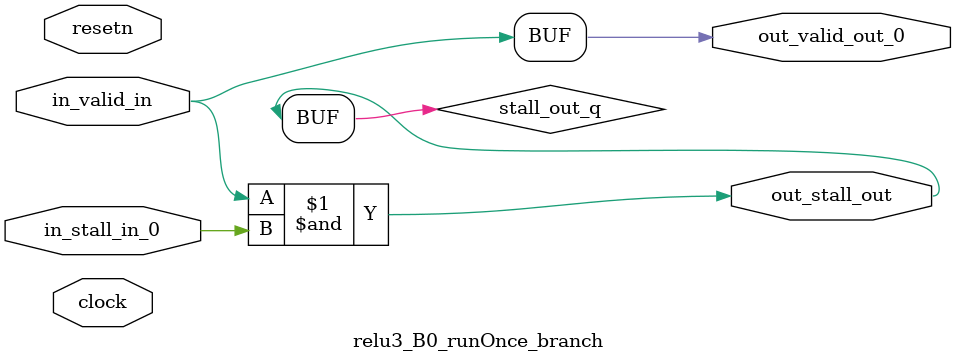
<source format=sv>



(* altera_attribute = "-name AUTO_SHIFT_REGISTER_RECOGNITION OFF; -name MESSAGE_DISABLE 10036; -name MESSAGE_DISABLE 10037; -name MESSAGE_DISABLE 14130; -name MESSAGE_DISABLE 14320; -name MESSAGE_DISABLE 15400; -name MESSAGE_DISABLE 14130; -name MESSAGE_DISABLE 10036; -name MESSAGE_DISABLE 12020; -name MESSAGE_DISABLE 12030; -name MESSAGE_DISABLE 12010; -name MESSAGE_DISABLE 12110; -name MESSAGE_DISABLE 14320; -name MESSAGE_DISABLE 13410; -name MESSAGE_DISABLE 113007; -name MESSAGE_DISABLE 10958" *)
module relu3_B0_runOnce_branch (
    input wire [0:0] in_stall_in_0,
    input wire [0:0] in_valid_in,
    output wire [0:0] out_stall_out,
    output wire [0:0] out_valid_out_0,
    input wire clock,
    input wire resetn
    );

    wire [0:0] stall_out_q;


    // stall_out(LOGICAL,6)
    assign stall_out_q = in_valid_in & in_stall_in_0;

    // out_stall_out(GPOUT,4)
    assign out_stall_out = stall_out_q;

    // out_valid_out_0(GPOUT,5)
    assign out_valid_out_0 = in_valid_in;

endmodule

</source>
